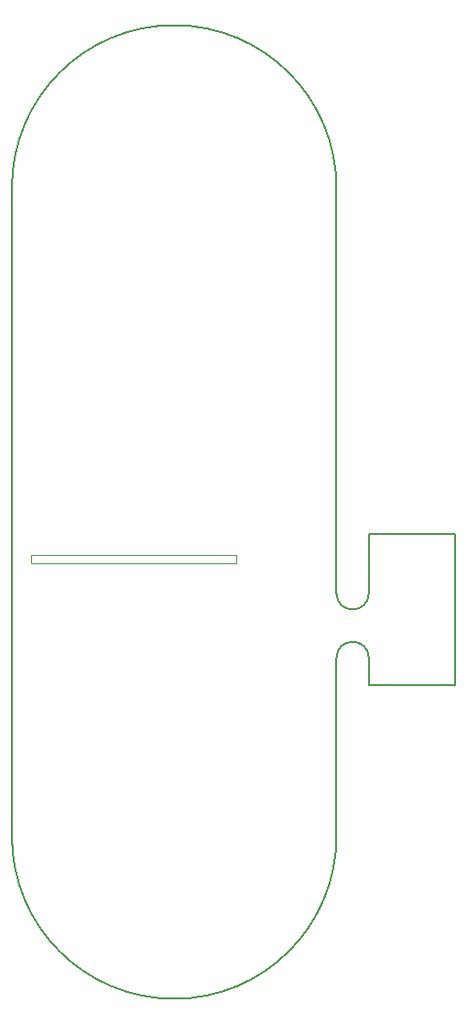
<source format=gbr>
G04 #@! TF.GenerationSoftware,KiCad,Pcbnew,5.1.10-88a1d61d58~88~ubuntu18.04.1*
G04 #@! TF.CreationDate,2021-11-17T22:12:39+08:00*
G04 #@! TF.ProjectId,ModuleV440,4d6f6475-6c65-4563-9434-302e6b696361,rev?*
G04 #@! TF.SameCoordinates,Original*
G04 #@! TF.FileFunction,Profile,NP*
%FSLAX46Y46*%
G04 Gerber Fmt 4.6, Leading zero omitted, Abs format (unit mm)*
G04 Created by KiCad (PCBNEW 5.1.10-88a1d61d58~88~ubuntu18.04.1) date 2021-11-17 22:12:39*
%MOMM*%
%LPD*%
G01*
G04 APERTURE LIST*
G04 #@! TA.AperFunction,Profile*
%ADD10C,0.150000*%
G04 #@! TD*
G04 #@! TA.AperFunction,Profile*
%ADD11C,0.100000*%
G04 #@! TD*
G04 APERTURE END LIST*
D10*
X134917600Y-82337600D02*
G75*
G02*
X131917600Y-82337600I-1500000J0D01*
G01*
X131917600Y-88337600D02*
G75*
G02*
X134917600Y-88337600I1500000J0D01*
G01*
X131917600Y-88337600D02*
X131917600Y-104837600D01*
X134917600Y-90837600D02*
X134917600Y-88337600D01*
X142917600Y-76837600D02*
X134917600Y-76837600D01*
X142917600Y-90837600D02*
X142917600Y-76837600D01*
X134917600Y-90837600D02*
X142917600Y-90837600D01*
X134917600Y-76837600D02*
X134917600Y-82337600D01*
D11*
X103667600Y-78837600D02*
X103667600Y-79587600D01*
X103667600Y-78837600D02*
X122667600Y-78837600D01*
X122667600Y-79587600D02*
X103667600Y-79587600D01*
X122667600Y-78837600D02*
X122667600Y-79587600D01*
D10*
X101917600Y-44837600D02*
G75*
G02*
X131917600Y-44837600I15000000J0D01*
G01*
X131917600Y-104837600D02*
G75*
G02*
X101917600Y-104837600I-15000000J0D01*
G01*
X101917600Y-101907600D02*
X101937600Y-98297600D01*
X101917600Y-104837600D02*
X101917600Y-101907600D01*
X101937600Y-98297600D02*
X101917600Y-44837600D01*
X131917600Y-44837600D02*
X131917600Y-82337600D01*
M02*

</source>
